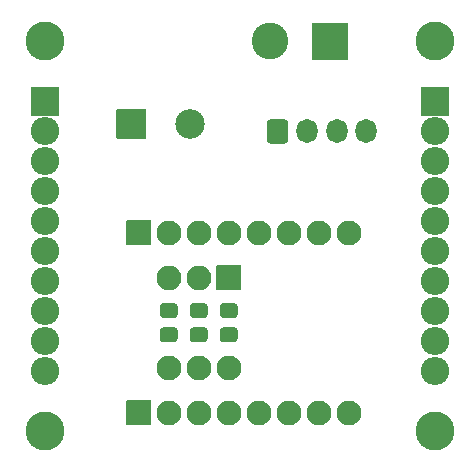
<source format=gbr>
G04 #@! TF.GenerationSoftware,KiCad,Pcbnew,(5.1.8)-1*
G04 #@! TF.CreationDate,2020-11-28T14:58:21+03:00*
G04 #@! TF.ProjectId,A4988,41343938-382e-46b6-9963-61645f706362,rev?*
G04 #@! TF.SameCoordinates,Original*
G04 #@! TF.FileFunction,Soldermask,Bot*
G04 #@! TF.FilePolarity,Negative*
%FSLAX46Y46*%
G04 Gerber Fmt 4.6, Leading zero omitted, Abs format (unit mm)*
G04 Created by KiCad (PCBNEW (5.1.8)-1) date 2020-11-28 14:58:21*
%MOMM*%
%LPD*%
G01*
G04 APERTURE LIST*
%ADD10C,3.302000*%
%ADD11O,2.402000X2.402000*%
%ADD12C,2.502000*%
%ADD13C,2.102000*%
%ADD14O,1.802000X2.052000*%
%ADD15O,2.102000X2.102000*%
%ADD16C,3.102000*%
G04 APERTURE END LIST*
D10*
X92710000Y-54610000D03*
X92710000Y-87630000D03*
X125730000Y-54610000D03*
X125730000Y-87630000D03*
G36*
G01*
X91509000Y-60840000D02*
X91509000Y-58540000D01*
G75*
G02*
X91560000Y-58489000I51000J0D01*
G01*
X93860000Y-58489000D01*
G75*
G02*
X93911000Y-58540000I0J-51000D01*
G01*
X93911000Y-60840000D01*
G75*
G02*
X93860000Y-60891000I-51000J0D01*
G01*
X91560000Y-60891000D01*
G75*
G02*
X91509000Y-60840000I0J51000D01*
G01*
G37*
D11*
X92710000Y-62230000D03*
X92710000Y-64770000D03*
X92710000Y-67310000D03*
X92710000Y-69850000D03*
X92710000Y-72390000D03*
X92710000Y-74930000D03*
X92710000Y-77470000D03*
X92710000Y-80010000D03*
X92710000Y-82550000D03*
X125730000Y-82550000D03*
X125730000Y-80010000D03*
X125730000Y-77470000D03*
X125730000Y-74930000D03*
X125730000Y-72390000D03*
X125730000Y-69850000D03*
X125730000Y-67310000D03*
X125730000Y-64770000D03*
X125730000Y-62230000D03*
G36*
G01*
X124529000Y-60840000D02*
X124529000Y-58540000D01*
G75*
G02*
X124580000Y-58489000I51000J0D01*
G01*
X126880000Y-58489000D01*
G75*
G02*
X126931000Y-58540000I0J-51000D01*
G01*
X126931000Y-60840000D01*
G75*
G02*
X126880000Y-60891000I-51000J0D01*
G01*
X124580000Y-60891000D01*
G75*
G02*
X124529000Y-60840000I0J51000D01*
G01*
G37*
G36*
G01*
X98761500Y-62795000D02*
X98761500Y-60395000D01*
G75*
G02*
X98812500Y-60344000I51000J0D01*
G01*
X101212500Y-60344000D01*
G75*
G02*
X101263500Y-60395000I0J-51000D01*
G01*
X101263500Y-62795000D01*
G75*
G02*
X101212500Y-62846000I-51000J0D01*
G01*
X98812500Y-62846000D01*
G75*
G02*
X98761500Y-62795000I0J51000D01*
G01*
G37*
D12*
X105012500Y-61595000D03*
G36*
G01*
X101647500Y-87093500D02*
X99647500Y-87093500D01*
G75*
G02*
X99596500Y-87042500I0J51000D01*
G01*
X99596500Y-85042500D01*
G75*
G02*
X99647500Y-84991500I51000J0D01*
G01*
X101647500Y-84991500D01*
G75*
G02*
X101698500Y-85042500I0J-51000D01*
G01*
X101698500Y-87042500D01*
G75*
G02*
X101647500Y-87093500I-51000J0D01*
G01*
G37*
D13*
X103187500Y-86042500D03*
X105727500Y-86042500D03*
X108267500Y-86042500D03*
X110807500Y-86042500D03*
X113347500Y-86042500D03*
X115887500Y-86042500D03*
X118427500Y-86042500D03*
X118427500Y-70802500D03*
X115887500Y-70802500D03*
X113347500Y-70802500D03*
X110807500Y-70802500D03*
X108267500Y-70802500D03*
X105727500Y-70802500D03*
X103187500Y-70802500D03*
G36*
G01*
X101647500Y-71853500D02*
X99647500Y-71853500D01*
G75*
G02*
X99596500Y-71802500I0J51000D01*
G01*
X99596500Y-69802500D01*
G75*
G02*
X99647500Y-69751500I51000J0D01*
G01*
X101647500Y-69751500D01*
G75*
G02*
X101698500Y-69802500I0J-51000D01*
G01*
X101698500Y-71802500D01*
G75*
G02*
X101647500Y-71853500I-51000J0D01*
G01*
G37*
G36*
G01*
X111494000Y-62991000D02*
X111494000Y-61469000D01*
G75*
G02*
X111759000Y-61204000I265000J0D01*
G01*
X113031000Y-61204000D01*
G75*
G02*
X113296000Y-61469000I0J-265000D01*
G01*
X113296000Y-62991000D01*
G75*
G02*
X113031000Y-63256000I-265000J0D01*
G01*
X111759000Y-63256000D01*
G75*
G02*
X111494000Y-62991000I0J265000D01*
G01*
G37*
D14*
X114895000Y-62230000D03*
X117395000Y-62230000D03*
X119895000Y-62230000D03*
G36*
G01*
X102708672Y-76771500D02*
X103666328Y-76771500D01*
G75*
G02*
X103938500Y-77043672I0J-272172D01*
G01*
X103938500Y-77751328D01*
G75*
G02*
X103666328Y-78023500I-272172J0D01*
G01*
X102708672Y-78023500D01*
G75*
G02*
X102436500Y-77751328I0J272172D01*
G01*
X102436500Y-77043672D01*
G75*
G02*
X102708672Y-76771500I272172J0D01*
G01*
G37*
G36*
G01*
X102708672Y-78821500D02*
X103666328Y-78821500D01*
G75*
G02*
X103938500Y-79093672I0J-272172D01*
G01*
X103938500Y-79801328D01*
G75*
G02*
X103666328Y-80073500I-272172J0D01*
G01*
X102708672Y-80073500D01*
G75*
G02*
X102436500Y-79801328I0J272172D01*
G01*
X102436500Y-79093672D01*
G75*
G02*
X102708672Y-78821500I272172J0D01*
G01*
G37*
G36*
G01*
X105248672Y-78821500D02*
X106206328Y-78821500D01*
G75*
G02*
X106478500Y-79093672I0J-272172D01*
G01*
X106478500Y-79801328D01*
G75*
G02*
X106206328Y-80073500I-272172J0D01*
G01*
X105248672Y-80073500D01*
G75*
G02*
X104976500Y-79801328I0J272172D01*
G01*
X104976500Y-79093672D01*
G75*
G02*
X105248672Y-78821500I272172J0D01*
G01*
G37*
G36*
G01*
X105248672Y-76771500D02*
X106206328Y-76771500D01*
G75*
G02*
X106478500Y-77043672I0J-272172D01*
G01*
X106478500Y-77751328D01*
G75*
G02*
X106206328Y-78023500I-272172J0D01*
G01*
X105248672Y-78023500D01*
G75*
G02*
X104976500Y-77751328I0J272172D01*
G01*
X104976500Y-77043672D01*
G75*
G02*
X105248672Y-76771500I272172J0D01*
G01*
G37*
G36*
G01*
X107788672Y-76771500D02*
X108746328Y-76771500D01*
G75*
G02*
X109018500Y-77043672I0J-272172D01*
G01*
X109018500Y-77751328D01*
G75*
G02*
X108746328Y-78023500I-272172J0D01*
G01*
X107788672Y-78023500D01*
G75*
G02*
X107516500Y-77751328I0J272172D01*
G01*
X107516500Y-77043672D01*
G75*
G02*
X107788672Y-76771500I272172J0D01*
G01*
G37*
G36*
G01*
X107788672Y-78821500D02*
X108746328Y-78821500D01*
G75*
G02*
X109018500Y-79093672I0J-272172D01*
G01*
X109018500Y-79801328D01*
G75*
G02*
X108746328Y-80073500I-272172J0D01*
G01*
X107788672Y-80073500D01*
G75*
G02*
X107516500Y-79801328I0J272172D01*
G01*
X107516500Y-79093672D01*
G75*
G02*
X107788672Y-78821500I272172J0D01*
G01*
G37*
G36*
G01*
X107267500Y-73561500D02*
X109267500Y-73561500D01*
G75*
G02*
X109318500Y-73612500I0J-51000D01*
G01*
X109318500Y-75612500D01*
G75*
G02*
X109267500Y-75663500I-51000J0D01*
G01*
X107267500Y-75663500D01*
G75*
G02*
X107216500Y-75612500I0J51000D01*
G01*
X107216500Y-73612500D01*
G75*
G02*
X107267500Y-73561500I51000J0D01*
G01*
G37*
D13*
X103187500Y-82232500D03*
D15*
X105727500Y-74612500D03*
D13*
X105727500Y-82232500D03*
D15*
X103187500Y-74612500D03*
D13*
X108267500Y-82232500D03*
G36*
G01*
X118391000Y-53110000D02*
X118391000Y-56110000D01*
G75*
G02*
X118340000Y-56161000I-51000J0D01*
G01*
X115340000Y-56161000D01*
G75*
G02*
X115289000Y-56110000I0J51000D01*
G01*
X115289000Y-53110000D01*
G75*
G02*
X115340000Y-53059000I51000J0D01*
G01*
X118340000Y-53059000D01*
G75*
G02*
X118391000Y-53110000I0J-51000D01*
G01*
G37*
D16*
X111760000Y-54610000D03*
M02*

</source>
